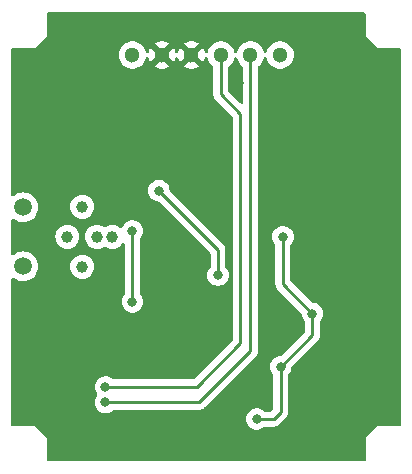
<source format=gbr>
G04 #@! TF.GenerationSoftware,KiCad,Pcbnew,7.0.2*
G04 #@! TF.CreationDate,2023-05-22T10:25:24+09:00*
G04 #@! TF.ProjectId,ATIK_LED_Board_rev01_220517,4154494b-5f4c-4454-945f-426f6172645f,rev?*
G04 #@! TF.SameCoordinates,Original*
G04 #@! TF.FileFunction,Copper,L2,Bot*
G04 #@! TF.FilePolarity,Positive*
%FSLAX46Y46*%
G04 Gerber Fmt 4.6, Leading zero omitted, Abs format (unit mm)*
G04 Created by KiCad (PCBNEW 7.0.2) date 2023-05-22 10:25:24*
%MOMM*%
%LPD*%
G01*
G04 APERTURE LIST*
G04 #@! TA.AperFunction,ComponentPad*
%ADD10C,1.500000*%
G04 #@! TD*
G04 #@! TA.AperFunction,ComponentPad*
%ADD11C,1.300000*%
G04 #@! TD*
G04 #@! TA.AperFunction,ComponentPad*
%ADD12C,1.000000*%
G04 #@! TD*
G04 #@! TA.AperFunction,ViaPad*
%ADD13C,0.800000*%
G04 #@! TD*
G04 #@! TA.AperFunction,Conductor*
%ADD14C,0.250000*%
G04 #@! TD*
G04 APERTURE END LIST*
D10*
X102000000Y-122500000D03*
X102000000Y-117500000D03*
D11*
X111250000Y-104600000D03*
X113750000Y-104600000D03*
X116250000Y-104600000D03*
X118750000Y-104600000D03*
X121250000Y-104600000D03*
X123750000Y-104600000D03*
D12*
X109540000Y-120000000D03*
X107000000Y-117460000D03*
X107000000Y-122540000D03*
X108250000Y-120000000D03*
X105750000Y-120000000D03*
D13*
X114640000Y-135980000D03*
X102500000Y-135000000D03*
X105000000Y-132500000D03*
X102500000Y-130000000D03*
X105000000Y-127500000D03*
X132500000Y-135000000D03*
X130000000Y-137500000D03*
X126220000Y-137450000D03*
X130000000Y-132500000D03*
X102500000Y-125000000D03*
X110000000Y-116000000D03*
X116000000Y-125000000D03*
X117500000Y-115000000D03*
X109500000Y-105000000D03*
X120250000Y-107000000D03*
X125750000Y-105000000D03*
X125000000Y-107500000D03*
X127500000Y-107500000D03*
X132500000Y-115000000D03*
X132500000Y-117500000D03*
X132500000Y-130000000D03*
X110000000Y-102500000D03*
X110000000Y-108250000D03*
X126250000Y-124500000D03*
X126250000Y-120500000D03*
X126250000Y-115250000D03*
X125250000Y-110000000D03*
X132750000Y-110000000D03*
X132750000Y-108500000D03*
X133500000Y-106000000D03*
X133000000Y-121500000D03*
X130750000Y-124000000D03*
X130750000Y-125500000D03*
X130750000Y-127000000D03*
X109500000Y-114000000D03*
X111500000Y-113250000D03*
X113000000Y-113250000D03*
X114500000Y-113250000D03*
X106000000Y-107000000D03*
X105000000Y-102750000D03*
X102250000Y-106000000D03*
X122500000Y-110000000D03*
X118470000Y-125970000D03*
X110460000Y-136030000D03*
X117560000Y-129570000D03*
X111650000Y-129550000D03*
X123860000Y-127530000D03*
X122310000Y-123970000D03*
X119100000Y-113200000D03*
X113500000Y-116100000D03*
X118500000Y-123250000D03*
X108972500Y-134010000D03*
X108972500Y-132710000D03*
X111250000Y-119500000D03*
X111250000Y-125500000D03*
X124000000Y-120000000D03*
X126500000Y-126500000D03*
X123810000Y-131010000D03*
X121780000Y-135430000D03*
D14*
X118500000Y-123250000D02*
X118500000Y-121100000D01*
X118500000Y-121100000D02*
X113500000Y-116100000D01*
X121250000Y-129650000D02*
X121250000Y-104600000D01*
X116890000Y-134010000D02*
X108972500Y-134010000D01*
X121250000Y-129650000D02*
X116890000Y-134010000D01*
X120400000Y-129000000D02*
X120400000Y-109600000D01*
X120400000Y-109600000D02*
X118750000Y-107950000D01*
X118750000Y-107950000D02*
X118750000Y-104600000D01*
X120400000Y-129000000D02*
X116690000Y-132710000D01*
X116690000Y-132710000D02*
X108972500Y-132710000D01*
X111250000Y-119500000D02*
X111250000Y-125500000D01*
X123810000Y-134850000D02*
X123230000Y-135430000D01*
X123810000Y-131010000D02*
X123810000Y-134850000D01*
X126500000Y-126500000D02*
X124000000Y-124000000D01*
X126500000Y-126500000D02*
X126500000Y-128320000D01*
X124000000Y-120000000D02*
X124000000Y-124000000D01*
X123230000Y-135430000D02*
X121780000Y-135430000D01*
X126500000Y-128320000D02*
X123810000Y-131010000D01*
G04 #@! TA.AperFunction,Conductor*
G36*
X120051378Y-104785386D02*
G01*
X120105422Y-104831426D01*
X120121190Y-104865954D01*
X120165102Y-105020290D01*
X120260672Y-105212218D01*
X120260804Y-105212484D01*
X120390190Y-105383820D01*
X120548857Y-105528464D01*
X120556831Y-105533401D01*
X120604218Y-105586267D01*
X120616500Y-105640528D01*
X120616500Y-108616405D01*
X120596498Y-108684526D01*
X120542842Y-108731019D01*
X120472568Y-108741123D01*
X120407988Y-108711629D01*
X120401405Y-108705500D01*
X119420404Y-107724499D01*
X119386378Y-107662187D01*
X119383499Y-107635413D01*
X119383499Y-105640528D01*
X119403501Y-105572408D01*
X119443172Y-105533399D01*
X119451143Y-105528464D01*
X119609810Y-105383820D01*
X119739196Y-105212484D01*
X119834897Y-105020291D01*
X119878809Y-104865954D01*
X119916691Y-104805907D01*
X119981021Y-104775873D01*
X120051378Y-104785386D01*
G37*
G04 #@! TD.AperFunction*
G04 #@! TA.AperFunction,Conductor*
G36*
X130942121Y-101020002D02*
G01*
X130988614Y-101073658D01*
X131000000Y-101126000D01*
X130999999Y-102999999D01*
X131000000Y-103000001D01*
X131999998Y-103999999D01*
X132000000Y-104000000D01*
X133874000Y-104000000D01*
X133942121Y-104020002D01*
X133988614Y-104073658D01*
X134000000Y-104126000D01*
X134000000Y-135874000D01*
X133979998Y-135942121D01*
X133926342Y-135988614D01*
X133874000Y-136000000D01*
X131999998Y-136000000D01*
X131000000Y-136999998D01*
X130999999Y-137000000D01*
X131000000Y-138874000D01*
X130979998Y-138942121D01*
X130926342Y-138988614D01*
X130874000Y-139000000D01*
X104126000Y-139000000D01*
X104057879Y-138979998D01*
X104011386Y-138926342D01*
X104000000Y-138874000D01*
X104000000Y-137000000D01*
X103999999Y-136999998D01*
X103000001Y-136000000D01*
X103000000Y-136000000D01*
X101126000Y-136000000D01*
X101057879Y-135979998D01*
X101011386Y-135926342D01*
X101000000Y-135874000D01*
X101000000Y-135429999D01*
X120866496Y-135429999D01*
X120886458Y-135619929D01*
X120945472Y-135801556D01*
X121040958Y-135966942D01*
X121040960Y-135966944D01*
X121168747Y-136108866D01*
X121323248Y-136221118D01*
X121497712Y-136298794D01*
X121684513Y-136338500D01*
X121684515Y-136338500D01*
X121875485Y-136338500D01*
X121875487Y-136338500D01*
X122062288Y-136298794D01*
X122236752Y-136221118D01*
X122391253Y-136108866D01*
X122394564Y-136105188D01*
X122455012Y-136067949D01*
X122488200Y-136063500D01*
X123146147Y-136063500D01*
X123166935Y-136065795D01*
X123169907Y-136065701D01*
X123169909Y-136065702D01*
X123237985Y-136063562D01*
X123241945Y-136063500D01*
X123265894Y-136063500D01*
X123269856Y-136063500D01*
X123273856Y-136062994D01*
X123285699Y-136062061D01*
X123329889Y-136060673D01*
X123349338Y-136055021D01*
X123368698Y-136051012D01*
X123388797Y-136048474D01*
X123429915Y-136032193D01*
X123441117Y-136028357D01*
X123483593Y-136016018D01*
X123501039Y-136005699D01*
X123518780Y-135997009D01*
X123537617Y-135989552D01*
X123573392Y-135963558D01*
X123583303Y-135957048D01*
X123621362Y-135934542D01*
X123635691Y-135920212D01*
X123650719Y-135907377D01*
X123667107Y-135895472D01*
X123695298Y-135861393D01*
X123703268Y-135852634D01*
X124198663Y-135357240D01*
X124214979Y-135344170D01*
X124217014Y-135342002D01*
X124217018Y-135342000D01*
X124263661Y-135292328D01*
X124266353Y-135289550D01*
X124286135Y-135269770D01*
X124288613Y-135266574D01*
X124296308Y-135257563D01*
X124326586Y-135225321D01*
X124336342Y-135207571D01*
X124347195Y-135191050D01*
X124359614Y-135175041D01*
X124377175Y-135134454D01*
X124382388Y-135123813D01*
X124403695Y-135085060D01*
X124408733Y-135065434D01*
X124415137Y-135046732D01*
X124423181Y-135028144D01*
X124430096Y-134984482D01*
X124432504Y-134972853D01*
X124443500Y-134930029D01*
X124443500Y-134909775D01*
X124445051Y-134890063D01*
X124448220Y-134870057D01*
X124444059Y-134826036D01*
X124443500Y-134814179D01*
X124443500Y-131712524D01*
X124463502Y-131644403D01*
X124475858Y-131628220D01*
X124549040Y-131546944D01*
X124644527Y-131381556D01*
X124703542Y-131199928D01*
X124720907Y-131034702D01*
X124747920Y-130969048D01*
X124757113Y-130958789D01*
X126888658Y-128827244D01*
X126904979Y-128814170D01*
X126907014Y-128812002D01*
X126907018Y-128812000D01*
X126953676Y-128762312D01*
X126956368Y-128759534D01*
X126976134Y-128739770D01*
X126978601Y-128736588D01*
X126986308Y-128727562D01*
X127016586Y-128695321D01*
X127026343Y-128677570D01*
X127037199Y-128661043D01*
X127049613Y-128645041D01*
X127067172Y-128604461D01*
X127072392Y-128593809D01*
X127093694Y-128555061D01*
X127093695Y-128555060D01*
X127098732Y-128535439D01*
X127105138Y-128516730D01*
X127113181Y-128498145D01*
X127120096Y-128454476D01*
X127122496Y-128442881D01*
X127133500Y-128400030D01*
X127133500Y-128379769D01*
X127135051Y-128360058D01*
X127138219Y-128340055D01*
X127134059Y-128296045D01*
X127133500Y-128284188D01*
X127133500Y-127202524D01*
X127153502Y-127134403D01*
X127165858Y-127118220D01*
X127239040Y-127036944D01*
X127334527Y-126871556D01*
X127393542Y-126689928D01*
X127413504Y-126500000D01*
X127393542Y-126310072D01*
X127334527Y-126128444D01*
X127334527Y-126128443D01*
X127239041Y-125963057D01*
X127111252Y-125821133D01*
X126956753Y-125708883D01*
X126956752Y-125708882D01*
X126782288Y-125631206D01*
X126595487Y-125591500D01*
X126595485Y-125591500D01*
X126539594Y-125591500D01*
X126471473Y-125571498D01*
X126450499Y-125554595D01*
X124670404Y-123774500D01*
X124636378Y-123712188D01*
X124633499Y-123685405D01*
X124633499Y-122280624D01*
X124633499Y-120702520D01*
X124653501Y-120634403D01*
X124665853Y-120618226D01*
X124739040Y-120536944D01*
X124834527Y-120371556D01*
X124893542Y-120189928D01*
X124913504Y-120000000D01*
X124893542Y-119810072D01*
X124834527Y-119628444D01*
X124834527Y-119628443D01*
X124739041Y-119463057D01*
X124611252Y-119321133D01*
X124456753Y-119208883D01*
X124456752Y-119208882D01*
X124282288Y-119131206D01*
X124095487Y-119091500D01*
X123904513Y-119091500D01*
X123779979Y-119117970D01*
X123717711Y-119131206D01*
X123543246Y-119208883D01*
X123388747Y-119321133D01*
X123260958Y-119463057D01*
X123165472Y-119628443D01*
X123106458Y-119810070D01*
X123086496Y-120000000D01*
X123106458Y-120189929D01*
X123165472Y-120371556D01*
X123260958Y-120536942D01*
X123260960Y-120536944D01*
X123334137Y-120618215D01*
X123364853Y-120682220D01*
X123366500Y-120702524D01*
X123366500Y-123916147D01*
X123364204Y-123936935D01*
X123366438Y-124007984D01*
X123366500Y-124011943D01*
X123366500Y-124039856D01*
X123366995Y-124043774D01*
X123366997Y-124043806D01*
X123367008Y-124043888D01*
X123367937Y-124055697D01*
X123369326Y-124099892D01*
X123374977Y-124119341D01*
X123378986Y-124138696D01*
X123381525Y-124158794D01*
X123397801Y-124199903D01*
X123401644Y-124211130D01*
X123413980Y-124253590D01*
X123424294Y-124271030D01*
X123432987Y-124288774D01*
X123440448Y-124307617D01*
X123440449Y-124307619D01*
X123466431Y-124343380D01*
X123472948Y-124353301D01*
X123495458Y-124391363D01*
X123509778Y-124405683D01*
X123522618Y-124420716D01*
X123534526Y-124437105D01*
X123568598Y-124465292D01*
X123577378Y-124473282D01*
X125552877Y-126448782D01*
X125586903Y-126511094D01*
X125589092Y-126524706D01*
X125606458Y-126689929D01*
X125665472Y-126871556D01*
X125760958Y-127036942D01*
X125834135Y-127118213D01*
X125864852Y-127182221D01*
X125866499Y-127202524D01*
X125866499Y-128005404D01*
X125846497Y-128073525D01*
X125829594Y-128094499D01*
X123859500Y-130064595D01*
X123797188Y-130098620D01*
X123770405Y-130101500D01*
X123714513Y-130101500D01*
X123589978Y-130127970D01*
X123527711Y-130141206D01*
X123353246Y-130218883D01*
X123198747Y-130331133D01*
X123070958Y-130473057D01*
X122975472Y-130638443D01*
X122916458Y-130820070D01*
X122896496Y-131010000D01*
X122916458Y-131199929D01*
X122975472Y-131381556D01*
X123070958Y-131546942D01*
X123144135Y-131628213D01*
X123174852Y-131692221D01*
X123176499Y-131712524D01*
X123176499Y-134535404D01*
X123156497Y-134603525D01*
X123139595Y-134624499D01*
X123004500Y-134759595D01*
X122942188Y-134793620D01*
X122915404Y-134796500D01*
X122488200Y-134796500D01*
X122420079Y-134776498D01*
X122394565Y-134754812D01*
X122391253Y-134751133D01*
X122269929Y-134662986D01*
X122236752Y-134638882D01*
X122062288Y-134561206D01*
X121875487Y-134521500D01*
X121684513Y-134521500D01*
X121564809Y-134546944D01*
X121497711Y-134561206D01*
X121391824Y-134608350D01*
X121331916Y-134635023D01*
X121323246Y-134638883D01*
X121168747Y-134751133D01*
X121040958Y-134893057D01*
X120945472Y-135058443D01*
X120886458Y-135240070D01*
X120866496Y-135429999D01*
X101000000Y-135429999D01*
X101000000Y-134009999D01*
X108058996Y-134009999D01*
X108078958Y-134199929D01*
X108137972Y-134381556D01*
X108233458Y-134546942D01*
X108253815Y-134569551D01*
X108361247Y-134688866D01*
X108515748Y-134801118D01*
X108690212Y-134878794D01*
X108877013Y-134918500D01*
X108877015Y-134918500D01*
X109067985Y-134918500D01*
X109067987Y-134918500D01*
X109254788Y-134878794D01*
X109429252Y-134801118D01*
X109583753Y-134688866D01*
X109587064Y-134685188D01*
X109647512Y-134647949D01*
X109680700Y-134643500D01*
X116806147Y-134643500D01*
X116826935Y-134645795D01*
X116829907Y-134645701D01*
X116829909Y-134645702D01*
X116897985Y-134643562D01*
X116901945Y-134643500D01*
X116925894Y-134643500D01*
X116929856Y-134643500D01*
X116933856Y-134642994D01*
X116945699Y-134642061D01*
X116989889Y-134640673D01*
X117009338Y-134635021D01*
X117028698Y-134631012D01*
X117048797Y-134628474D01*
X117089915Y-134612193D01*
X117101117Y-134608357D01*
X117143593Y-134596018D01*
X117161039Y-134585699D01*
X117178780Y-134577009D01*
X117197617Y-134569552D01*
X117233392Y-134543558D01*
X117243303Y-134537048D01*
X117281362Y-134514542D01*
X117295691Y-134500212D01*
X117310719Y-134487377D01*
X117327107Y-134475472D01*
X117355303Y-134441386D01*
X117363272Y-134432630D01*
X121638659Y-130157244D01*
X121654980Y-130144169D01*
X121657014Y-130142001D01*
X121657018Y-130142000D01*
X121703660Y-130092329D01*
X121706352Y-130089551D01*
X121726135Y-130069770D01*
X121728613Y-130066574D01*
X121736308Y-130057563D01*
X121766586Y-130025321D01*
X121776342Y-130007571D01*
X121787195Y-129991050D01*
X121799614Y-129975041D01*
X121817175Y-129934454D01*
X121822388Y-129923813D01*
X121843695Y-129885060D01*
X121848733Y-129865434D01*
X121855137Y-129846732D01*
X121863181Y-129828144D01*
X121870096Y-129784482D01*
X121872504Y-129772853D01*
X121883500Y-129730029D01*
X121883500Y-129709775D01*
X121885051Y-129690063D01*
X121888220Y-129670057D01*
X121884059Y-129626036D01*
X121883500Y-129614179D01*
X121883500Y-105640528D01*
X121903502Y-105572407D01*
X121943168Y-105533401D01*
X121951143Y-105528464D01*
X122109810Y-105383820D01*
X122239196Y-105212484D01*
X122334897Y-105020291D01*
X122378809Y-104865954D01*
X122416691Y-104805907D01*
X122481021Y-104775873D01*
X122551378Y-104785386D01*
X122605422Y-104831426D01*
X122621190Y-104865954D01*
X122665102Y-105020290D01*
X122760672Y-105212218D01*
X122760804Y-105212484D01*
X122890190Y-105383820D01*
X123048857Y-105528464D01*
X123048859Y-105528465D01*
X123048860Y-105528466D01*
X123229849Y-105640529D01*
X123231400Y-105641489D01*
X123431603Y-105719049D01*
X123642649Y-105758500D01*
X123642650Y-105758500D01*
X123857350Y-105758500D01*
X123857351Y-105758500D01*
X124068397Y-105719049D01*
X124268600Y-105641489D01*
X124451143Y-105528464D01*
X124609810Y-105383820D01*
X124739196Y-105212484D01*
X124834897Y-105020291D01*
X124893653Y-104813786D01*
X124913463Y-104600000D01*
X124893653Y-104386214D01*
X124834897Y-104179709D01*
X124739196Y-103987516D01*
X124609810Y-103816180D01*
X124451143Y-103671536D01*
X124451140Y-103671534D01*
X124451139Y-103671533D01*
X124268601Y-103558511D01*
X124141992Y-103509462D01*
X124068397Y-103480951D01*
X123857351Y-103441500D01*
X123642649Y-103441500D01*
X123431603Y-103480951D01*
X123431600Y-103480951D01*
X123431600Y-103480952D01*
X123231398Y-103558511D01*
X123048860Y-103671533D01*
X122890190Y-103816180D01*
X122760803Y-103987517D01*
X122665103Y-104179707D01*
X122621190Y-104334046D01*
X122583309Y-104394092D01*
X122518979Y-104424126D01*
X122448622Y-104414613D01*
X122394578Y-104368573D01*
X122378810Y-104334046D01*
X122334949Y-104179893D01*
X122334897Y-104179709D01*
X122239196Y-103987516D01*
X122109810Y-103816180D01*
X121951143Y-103671536D01*
X121951140Y-103671534D01*
X121951139Y-103671533D01*
X121768601Y-103558511D01*
X121641992Y-103509462D01*
X121568397Y-103480951D01*
X121357351Y-103441500D01*
X121142649Y-103441500D01*
X120931603Y-103480951D01*
X120931600Y-103480951D01*
X120931600Y-103480952D01*
X120731398Y-103558511D01*
X120548860Y-103671533D01*
X120390190Y-103816180D01*
X120260803Y-103987517D01*
X120165103Y-104179707D01*
X120121190Y-104334046D01*
X120083309Y-104394092D01*
X120018979Y-104424126D01*
X119948622Y-104414613D01*
X119894578Y-104368573D01*
X119878810Y-104334046D01*
X119834949Y-104179893D01*
X119834897Y-104179709D01*
X119739196Y-103987516D01*
X119609810Y-103816180D01*
X119451143Y-103671536D01*
X119451140Y-103671534D01*
X119451139Y-103671533D01*
X119268601Y-103558511D01*
X119141992Y-103509462D01*
X119068397Y-103480951D01*
X118857351Y-103441500D01*
X118642649Y-103441500D01*
X118431603Y-103480951D01*
X118431600Y-103480951D01*
X118431600Y-103480952D01*
X118231398Y-103558511D01*
X118048860Y-103671533D01*
X117890190Y-103816180D01*
X117760803Y-103987517D01*
X117665102Y-104179708D01*
X117620929Y-104334960D01*
X117583048Y-104395006D01*
X117518717Y-104425041D01*
X117448361Y-104415527D01*
X117394317Y-104369486D01*
X117378549Y-104334959D01*
X117334428Y-104179888D01*
X117238770Y-103987781D01*
X117231308Y-103977901D01*
X116648727Y-104560481D01*
X116635165Y-104474852D01*
X116577641Y-104361955D01*
X116488045Y-104272359D01*
X116375148Y-104214835D01*
X116289517Y-104201272D01*
X116869325Y-103621464D01*
X116768375Y-103558960D01*
X116568259Y-103481434D01*
X116357303Y-103442000D01*
X116142697Y-103442000D01*
X115931740Y-103481434D01*
X115731621Y-103558961D01*
X115630673Y-103621463D01*
X116210481Y-104201272D01*
X116124852Y-104214835D01*
X116011955Y-104272359D01*
X115922359Y-104361955D01*
X115864835Y-104474852D01*
X115851272Y-104560482D01*
X115268690Y-103977901D01*
X115261231Y-103987779D01*
X115165569Y-104179893D01*
X115121190Y-104335873D01*
X115083310Y-104395920D01*
X115018979Y-104425954D01*
X114948622Y-104416441D01*
X114894578Y-104370401D01*
X114878810Y-104335873D01*
X114834428Y-104179888D01*
X114738770Y-103987781D01*
X114731308Y-103977901D01*
X114148727Y-104560481D01*
X114135165Y-104474852D01*
X114077641Y-104361955D01*
X113988045Y-104272359D01*
X113875148Y-104214835D01*
X113789517Y-104201272D01*
X114369324Y-103621464D01*
X114268375Y-103558960D01*
X114068259Y-103481434D01*
X113857303Y-103442000D01*
X113642697Y-103442000D01*
X113431740Y-103481434D01*
X113231621Y-103558961D01*
X113130673Y-103621464D01*
X113710481Y-104201272D01*
X113624852Y-104214835D01*
X113511955Y-104272359D01*
X113422359Y-104361955D01*
X113364835Y-104474852D01*
X113351272Y-104560482D01*
X112768690Y-103977901D01*
X112761231Y-103987778D01*
X112665569Y-104179893D01*
X112621450Y-104334959D01*
X112583569Y-104395006D01*
X112519239Y-104425040D01*
X112448882Y-104415527D01*
X112394838Y-104369487D01*
X112379070Y-104334960D01*
X112334949Y-104179893D01*
X112334897Y-104179709D01*
X112239196Y-103987516D01*
X112109810Y-103816180D01*
X111951143Y-103671536D01*
X111951140Y-103671534D01*
X111951139Y-103671533D01*
X111768601Y-103558511D01*
X111641992Y-103509462D01*
X111568397Y-103480951D01*
X111357351Y-103441500D01*
X111142649Y-103441500D01*
X110931603Y-103480951D01*
X110931600Y-103480951D01*
X110931600Y-103480952D01*
X110731398Y-103558511D01*
X110548860Y-103671533D01*
X110390190Y-103816180D01*
X110260803Y-103987517D01*
X110165102Y-104179709D01*
X110106346Y-104386215D01*
X110086536Y-104599999D01*
X110106346Y-104813784D01*
X110165102Y-105020290D01*
X110260672Y-105212218D01*
X110260804Y-105212484D01*
X110390190Y-105383820D01*
X110548857Y-105528464D01*
X110548859Y-105528465D01*
X110548860Y-105528466D01*
X110729849Y-105640529D01*
X110731400Y-105641489D01*
X110931603Y-105719049D01*
X111142649Y-105758500D01*
X111142650Y-105758500D01*
X111357350Y-105758500D01*
X111357351Y-105758500D01*
X111568397Y-105719049D01*
X111768600Y-105641489D01*
X111951143Y-105528464D01*
X112109810Y-105383820D01*
X112239196Y-105212484D01*
X112334897Y-105020291D01*
X112379069Y-104865040D01*
X112416950Y-104804993D01*
X112481281Y-104774959D01*
X112551638Y-104784472D01*
X112605682Y-104830512D01*
X112621450Y-104865040D01*
X112665571Y-105020111D01*
X112761229Y-105212218D01*
X112768690Y-105222097D01*
X112768691Y-105222097D01*
X113351272Y-104639515D01*
X113364835Y-104725148D01*
X113422359Y-104838045D01*
X113511955Y-104927641D01*
X113624852Y-104985165D01*
X113710482Y-104998727D01*
X113130674Y-105578534D01*
X113231624Y-105641039D01*
X113431740Y-105718565D01*
X113642697Y-105758000D01*
X113857303Y-105758000D01*
X114068259Y-105718565D01*
X114268377Y-105641039D01*
X114369325Y-105578534D01*
X113789518Y-104998727D01*
X113875148Y-104985165D01*
X113988045Y-104927641D01*
X114077641Y-104838045D01*
X114135165Y-104725148D01*
X114148727Y-104639516D01*
X114731308Y-105222097D01*
X114738769Y-105212219D01*
X114834430Y-105020106D01*
X114878810Y-104864126D01*
X114916690Y-104804079D01*
X114981021Y-104774045D01*
X115051377Y-104783558D01*
X115105422Y-104829598D01*
X115121190Y-104864126D01*
X115165571Y-105020111D01*
X115261229Y-105212218D01*
X115268690Y-105222097D01*
X115268692Y-105222097D01*
X115851272Y-104639517D01*
X115864835Y-104725148D01*
X115922359Y-104838045D01*
X116011955Y-104927641D01*
X116124852Y-104985165D01*
X116210482Y-104998727D01*
X115630674Y-105578534D01*
X115731624Y-105641039D01*
X115931740Y-105718565D01*
X116142697Y-105758000D01*
X116357303Y-105758000D01*
X116568259Y-105718565D01*
X116768377Y-105641039D01*
X116869325Y-105578534D01*
X116289518Y-104998727D01*
X116375148Y-104985165D01*
X116488045Y-104927641D01*
X116577641Y-104838045D01*
X116635165Y-104725148D01*
X116648727Y-104639516D01*
X117231308Y-105222097D01*
X117238769Y-105212219D01*
X117334429Y-105020107D01*
X117378549Y-104865040D01*
X117416429Y-104804994D01*
X117480759Y-104774959D01*
X117551116Y-104784471D01*
X117605160Y-104830511D01*
X117620929Y-104865039D01*
X117665102Y-105020291D01*
X117760672Y-105212218D01*
X117760804Y-105212484D01*
X117890190Y-105383820D01*
X118048857Y-105528464D01*
X118056831Y-105533401D01*
X118104218Y-105586267D01*
X118116500Y-105640528D01*
X118116500Y-107866147D01*
X118114204Y-107886935D01*
X118116438Y-107957984D01*
X118116500Y-107961943D01*
X118116500Y-107989856D01*
X118116995Y-107993774D01*
X118116997Y-107993806D01*
X118117008Y-107993888D01*
X118117937Y-108005697D01*
X118119326Y-108049892D01*
X118124977Y-108069341D01*
X118128986Y-108088696D01*
X118131525Y-108108794D01*
X118147801Y-108149903D01*
X118151644Y-108161130D01*
X118163980Y-108203590D01*
X118174294Y-108221030D01*
X118182987Y-108238774D01*
X118190448Y-108257617D01*
X118190449Y-108257619D01*
X118216431Y-108293380D01*
X118222948Y-108303301D01*
X118245458Y-108341363D01*
X118259778Y-108355683D01*
X118272618Y-108370716D01*
X118284526Y-108387105D01*
X118318598Y-108415292D01*
X118327378Y-108423282D01*
X119729595Y-109825498D01*
X119763620Y-109887810D01*
X119766500Y-109914593D01*
X119766500Y-128685405D01*
X119746498Y-128753526D01*
X119729595Y-128774500D01*
X116464500Y-132039595D01*
X116402188Y-132073621D01*
X116375405Y-132076500D01*
X109680700Y-132076500D01*
X109612579Y-132056498D01*
X109587065Y-132034812D01*
X109583753Y-132031133D01*
X109429253Y-131918883D01*
X109429252Y-131918882D01*
X109254788Y-131841206D01*
X109067987Y-131801500D01*
X108877013Y-131801500D01*
X108752479Y-131827970D01*
X108690211Y-131841206D01*
X108515746Y-131918883D01*
X108361247Y-132031133D01*
X108233458Y-132173057D01*
X108137972Y-132338443D01*
X108078958Y-132520070D01*
X108058996Y-132709999D01*
X108078958Y-132899929D01*
X108137972Y-133081556D01*
X108233458Y-133246942D01*
X108233460Y-133246944D01*
X108259341Y-133275688D01*
X108290059Y-133339694D01*
X108281296Y-133410148D01*
X108259344Y-133444307D01*
X108233460Y-133473054D01*
X108137972Y-133638444D01*
X108078958Y-133820070D01*
X108058996Y-134009999D01*
X101000000Y-134009999D01*
X101000000Y-123578180D01*
X101020002Y-123510059D01*
X101073658Y-123463566D01*
X101143932Y-123453462D01*
X101198269Y-123474966D01*
X101368346Y-123594056D01*
X101567924Y-123687120D01*
X101661478Y-123712188D01*
X101780624Y-123744114D01*
X101780625Y-123744114D01*
X101780629Y-123744115D01*
X102000000Y-123763307D01*
X102219371Y-123744115D01*
X102432076Y-123687120D01*
X102631654Y-123594056D01*
X102812038Y-123467749D01*
X102967749Y-123312038D01*
X103094056Y-123131654D01*
X103187120Y-122932076D01*
X103244115Y-122719371D01*
X103259808Y-122540000D01*
X105986619Y-122540000D01*
X106006091Y-122737701D01*
X106063758Y-122927802D01*
X106157406Y-123103007D01*
X106283431Y-123256568D01*
X106436992Y-123382593D01*
X106436996Y-123382595D01*
X106612196Y-123476241D01*
X106707247Y-123505074D01*
X106802298Y-123533908D01*
X106999999Y-123553380D01*
X106999999Y-123553379D01*
X107000000Y-123553380D01*
X107197701Y-123533908D01*
X107387804Y-123476241D01*
X107563004Y-123382595D01*
X107563005Y-123382593D01*
X107563007Y-123382593D01*
X107716568Y-123256568D01*
X107842593Y-123103007D01*
X107842595Y-123103004D01*
X107936241Y-122927804D01*
X107993908Y-122737701D01*
X108013380Y-122540000D01*
X107993908Y-122342299D01*
X107936241Y-122152196D01*
X107842595Y-121976996D01*
X107842593Y-121976992D01*
X107716568Y-121823431D01*
X107563007Y-121697406D01*
X107387802Y-121603758D01*
X107197701Y-121546091D01*
X106999999Y-121526619D01*
X106802298Y-121546091D01*
X106612197Y-121603758D01*
X106436992Y-121697406D01*
X106283431Y-121823431D01*
X106157406Y-121976992D01*
X106063758Y-122152197D01*
X106006091Y-122342298D01*
X105986619Y-122540000D01*
X103259808Y-122540000D01*
X103263307Y-122500000D01*
X103244115Y-122280629D01*
X103187120Y-122067924D01*
X103094056Y-121868347D01*
X102967749Y-121687962D01*
X102967748Y-121687961D01*
X102967746Y-121687958D01*
X102812041Y-121532253D01*
X102631653Y-121405943D01*
X102432074Y-121312879D01*
X102219375Y-121255885D01*
X102000000Y-121236693D01*
X101780624Y-121255885D01*
X101567925Y-121312879D01*
X101368344Y-121405944D01*
X101198270Y-121525032D01*
X101130997Y-121547720D01*
X101062136Y-121530435D01*
X101013552Y-121478665D01*
X101000000Y-121421819D01*
X101000000Y-120000000D01*
X104736619Y-120000000D01*
X104756091Y-120197701D01*
X104813758Y-120387802D01*
X104907406Y-120563007D01*
X105033431Y-120716568D01*
X105186992Y-120842593D01*
X105186996Y-120842595D01*
X105362196Y-120936241D01*
X105378554Y-120941203D01*
X105552298Y-120993908D01*
X105750000Y-121013380D01*
X105947701Y-120993908D01*
X106137804Y-120936241D01*
X106313004Y-120842595D01*
X106313005Y-120842593D01*
X106313007Y-120842593D01*
X106466568Y-120716568D01*
X106592593Y-120563007D01*
X106606525Y-120536942D01*
X106686241Y-120387804D01*
X106743908Y-120197701D01*
X106763380Y-120000000D01*
X107236619Y-120000000D01*
X107256091Y-120197701D01*
X107313758Y-120387802D01*
X107407406Y-120563007D01*
X107533431Y-120716568D01*
X107686992Y-120842593D01*
X107686996Y-120842595D01*
X107862196Y-120936241D01*
X107878554Y-120941203D01*
X108052298Y-120993908D01*
X108249999Y-121013380D01*
X108249999Y-121013379D01*
X108250000Y-121013380D01*
X108447701Y-120993908D01*
X108637804Y-120936241D01*
X108813004Y-120842595D01*
X108815062Y-120840905D01*
X108820431Y-120838625D01*
X108823949Y-120836745D01*
X108824117Y-120837059D01*
X108880407Y-120813149D01*
X108950386Y-120825127D01*
X108974929Y-120840899D01*
X108976996Y-120842595D01*
X109152196Y-120936241D01*
X109168554Y-120941203D01*
X109342298Y-120993908D01*
X109539999Y-121013380D01*
X109539999Y-121013379D01*
X109540000Y-121013380D01*
X109737701Y-120993908D01*
X109927804Y-120936241D01*
X110103004Y-120842595D01*
X110103005Y-120842593D01*
X110103007Y-120842593D01*
X110256568Y-120716568D01*
X110390468Y-120553412D01*
X110392818Y-120555341D01*
X110429121Y-120518379D01*
X110498356Y-120502663D01*
X110565097Y-120526874D01*
X110608154Y-120583324D01*
X110616500Y-120628418D01*
X110616500Y-124797473D01*
X110596498Y-124865594D01*
X110584137Y-124881783D01*
X110510958Y-124963057D01*
X110415472Y-125128443D01*
X110356458Y-125310070D01*
X110336496Y-125499999D01*
X110356458Y-125689929D01*
X110415472Y-125871556D01*
X110510958Y-126036942D01*
X110510960Y-126036944D01*
X110638747Y-126178866D01*
X110793248Y-126291118D01*
X110967712Y-126368794D01*
X111154513Y-126408500D01*
X111154515Y-126408500D01*
X111345485Y-126408500D01*
X111345487Y-126408500D01*
X111532288Y-126368794D01*
X111706752Y-126291118D01*
X111861253Y-126178866D01*
X111989040Y-126036944D01*
X112084527Y-125871556D01*
X112143542Y-125689928D01*
X112163504Y-125500000D01*
X112143542Y-125310072D01*
X112084527Y-125128444D01*
X112084527Y-125128443D01*
X111989041Y-124963057D01*
X111915863Y-124881783D01*
X111885146Y-124817775D01*
X111883500Y-124797473D01*
X111883500Y-120202524D01*
X111903502Y-120134403D01*
X111915858Y-120118220D01*
X111989040Y-120036944D01*
X112084527Y-119871556D01*
X112143542Y-119689928D01*
X112163504Y-119500000D01*
X112143542Y-119310072D01*
X112103505Y-119186851D01*
X112084527Y-119128443D01*
X111989041Y-118963057D01*
X111861252Y-118821133D01*
X111706753Y-118708883D01*
X111706752Y-118708882D01*
X111532288Y-118631206D01*
X111345487Y-118591500D01*
X111154513Y-118591500D01*
X111029978Y-118617970D01*
X110967711Y-118631206D01*
X110793246Y-118708883D01*
X110638747Y-118821133D01*
X110510958Y-118963057D01*
X110415473Y-119128443D01*
X110399314Y-119178174D01*
X110359240Y-119236780D01*
X110293843Y-119264416D01*
X110223886Y-119252309D01*
X110199547Y-119236636D01*
X110103004Y-119157404D01*
X109927802Y-119063758D01*
X109737701Y-119006091D01*
X109539999Y-118986619D01*
X109342298Y-119006091D01*
X109152197Y-119063758D01*
X108976994Y-119157406D01*
X108974929Y-119159101D01*
X108969550Y-119161384D01*
X108966052Y-119163255D01*
X108965884Y-119162941D01*
X108909581Y-119186851D01*
X108839603Y-119174867D01*
X108815071Y-119159101D01*
X108813005Y-119157406D01*
X108813004Y-119157405D01*
X108637804Y-119063759D01*
X108637803Y-119063758D01*
X108637802Y-119063758D01*
X108447701Y-119006091D01*
X108249999Y-118986619D01*
X108052298Y-119006091D01*
X107862197Y-119063758D01*
X107686992Y-119157406D01*
X107533431Y-119283431D01*
X107407406Y-119436992D01*
X107313758Y-119612197D01*
X107256091Y-119802298D01*
X107236619Y-120000000D01*
X106763380Y-120000000D01*
X106743908Y-119802299D01*
X106686241Y-119612196D01*
X106592595Y-119436996D01*
X106592593Y-119436992D01*
X106466568Y-119283431D01*
X106313007Y-119157406D01*
X106137802Y-119063758D01*
X105947701Y-119006091D01*
X105750000Y-118986619D01*
X105552298Y-119006091D01*
X105362197Y-119063758D01*
X105186992Y-119157406D01*
X105033431Y-119283431D01*
X104907406Y-119436992D01*
X104813758Y-119612197D01*
X104756091Y-119802298D01*
X104736619Y-120000000D01*
X101000000Y-120000000D01*
X101000000Y-118578180D01*
X101020002Y-118510059D01*
X101073658Y-118463566D01*
X101143932Y-118453462D01*
X101198269Y-118474966D01*
X101368346Y-118594056D01*
X101567924Y-118687120D01*
X101661707Y-118712249D01*
X101780624Y-118744114D01*
X101780625Y-118744114D01*
X101780629Y-118744115D01*
X102000000Y-118763307D01*
X102219371Y-118744115D01*
X102432076Y-118687120D01*
X102631654Y-118594056D01*
X102812038Y-118467749D01*
X102967749Y-118312038D01*
X103094056Y-118131654D01*
X103187120Y-117932076D01*
X103244115Y-117719371D01*
X103263307Y-117500000D01*
X103259808Y-117460000D01*
X105986619Y-117460000D01*
X106006091Y-117657701D01*
X106063758Y-117847802D01*
X106157406Y-118023007D01*
X106283431Y-118176568D01*
X106436992Y-118302593D01*
X106436996Y-118302595D01*
X106612196Y-118396241D01*
X106707247Y-118425074D01*
X106802298Y-118453908D01*
X106999999Y-118473380D01*
X106999999Y-118473379D01*
X107000000Y-118473380D01*
X107197701Y-118453908D01*
X107387804Y-118396241D01*
X107563004Y-118302595D01*
X107563005Y-118302593D01*
X107563007Y-118302593D01*
X107716568Y-118176568D01*
X107842593Y-118023007D01*
X107842595Y-118023004D01*
X107936241Y-117847804D01*
X107993908Y-117657701D01*
X108013380Y-117460000D01*
X107993908Y-117262299D01*
X107936241Y-117072196D01*
X107842595Y-116896996D01*
X107842593Y-116896992D01*
X107716568Y-116743431D01*
X107563007Y-116617406D01*
X107387802Y-116523758D01*
X107197701Y-116466091D01*
X106999999Y-116446619D01*
X106802298Y-116466091D01*
X106612197Y-116523758D01*
X106436992Y-116617406D01*
X106283431Y-116743431D01*
X106157406Y-116896992D01*
X106063758Y-117072197D01*
X106006091Y-117262298D01*
X105986619Y-117460000D01*
X103259808Y-117460000D01*
X103244115Y-117280629D01*
X103239203Y-117262299D01*
X103188265Y-117072197D01*
X103187120Y-117067924D01*
X103094056Y-116868347D01*
X102967749Y-116687962D01*
X102967748Y-116687961D01*
X102967746Y-116687958D01*
X102812041Y-116532253D01*
X102631653Y-116405943D01*
X102432074Y-116312879D01*
X102219375Y-116255885D01*
X102000000Y-116236693D01*
X101780624Y-116255885D01*
X101567925Y-116312879D01*
X101368344Y-116405944D01*
X101198270Y-116525032D01*
X101130997Y-116547720D01*
X101062136Y-116530435D01*
X101013552Y-116478665D01*
X101000000Y-116421819D01*
X101000000Y-116099999D01*
X112586496Y-116099999D01*
X112606458Y-116289929D01*
X112665472Y-116471556D01*
X112760958Y-116636942D01*
X112760960Y-116636944D01*
X112888747Y-116778866D01*
X113043248Y-116891118D01*
X113217712Y-116968794D01*
X113404513Y-117008500D01*
X113460406Y-117008500D01*
X113528527Y-117028502D01*
X113549501Y-117045405D01*
X117829595Y-121325499D01*
X117863621Y-121387811D01*
X117866500Y-121414594D01*
X117866500Y-122547473D01*
X117846498Y-122615594D01*
X117834137Y-122631783D01*
X117760958Y-122713057D01*
X117665472Y-122878443D01*
X117606458Y-123060070D01*
X117586496Y-123249999D01*
X117606458Y-123439929D01*
X117665472Y-123621556D01*
X117760958Y-123786942D01*
X117760960Y-123786944D01*
X117888747Y-123928866D01*
X118043248Y-124041118D01*
X118217712Y-124118794D01*
X118404513Y-124158500D01*
X118404515Y-124158500D01*
X118595485Y-124158500D01*
X118595487Y-124158500D01*
X118782288Y-124118794D01*
X118956752Y-124041118D01*
X119111253Y-123928866D01*
X119239040Y-123786944D01*
X119334527Y-123621556D01*
X119393542Y-123439928D01*
X119413504Y-123250000D01*
X119393542Y-123060072D01*
X119334527Y-122878444D01*
X119334527Y-122878443D01*
X119239041Y-122713057D01*
X119165863Y-122631783D01*
X119135146Y-122567775D01*
X119133500Y-122547473D01*
X119133500Y-121183852D01*
X119135795Y-121163061D01*
X119133562Y-121092000D01*
X119133500Y-121088042D01*
X119133500Y-121064108D01*
X119133500Y-121060144D01*
X119132995Y-121056152D01*
X119132062Y-121044306D01*
X119130674Y-121000111D01*
X119125020Y-120980652D01*
X119121013Y-120961306D01*
X119118474Y-120941203D01*
X119102194Y-120900086D01*
X119098353Y-120888866D01*
X119086017Y-120846405D01*
X119075706Y-120828970D01*
X119067008Y-120811215D01*
X119059552Y-120792383D01*
X119033565Y-120756616D01*
X119027047Y-120746693D01*
X119004542Y-120708638D01*
X118990212Y-120694308D01*
X118977378Y-120679281D01*
X118965472Y-120662893D01*
X118965471Y-120662892D01*
X118931394Y-120634700D01*
X118922616Y-120626712D01*
X114447121Y-116151216D01*
X114413095Y-116088904D01*
X114410908Y-116075309D01*
X114393542Y-115910072D01*
X114334527Y-115728444D01*
X114334527Y-115728443D01*
X114239041Y-115563057D01*
X114111252Y-115421133D01*
X113956753Y-115308883D01*
X113956752Y-115308882D01*
X113782288Y-115231206D01*
X113595487Y-115191500D01*
X113404513Y-115191500D01*
X113279978Y-115217970D01*
X113217711Y-115231206D01*
X113043246Y-115308883D01*
X112888747Y-115421133D01*
X112760958Y-115563057D01*
X112665472Y-115728443D01*
X112606458Y-115910070D01*
X112586496Y-116099999D01*
X101000000Y-116099999D01*
X101000000Y-104126000D01*
X101020002Y-104057879D01*
X101073658Y-104011386D01*
X101126000Y-104000000D01*
X103000000Y-104000000D01*
X103999999Y-103000001D01*
X104000000Y-103000000D01*
X104000000Y-101126000D01*
X104020002Y-101057879D01*
X104073658Y-101011386D01*
X104126000Y-101000000D01*
X130874000Y-101000000D01*
X130942121Y-101020002D01*
G37*
G04 #@! TD.AperFunction*
M02*

</source>
